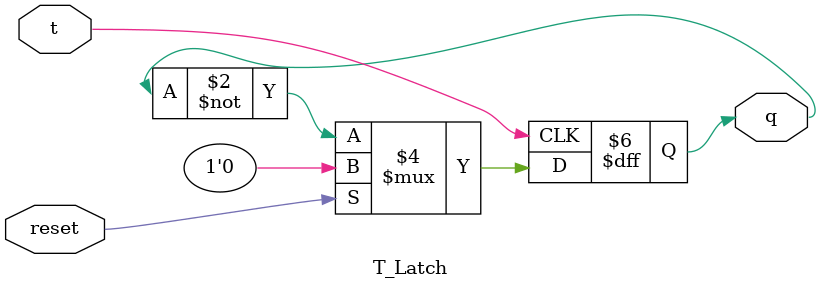
<source format=v>
module T_Latch(q, t, reset);
	input t, reset;
	output q;
	reg q;
	always @(negedge t) begin
		if(reset)
			q <= 1'b0;
		else
			q <= ~q;
	end
endmodule

</source>
